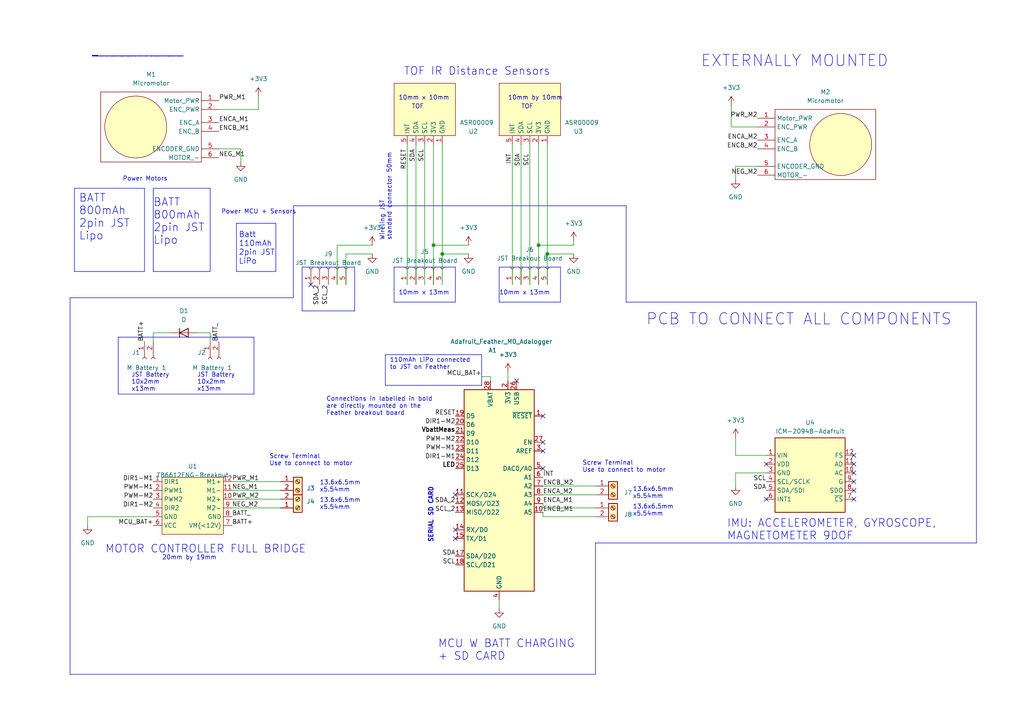
<source format=kicad_sch>
(kicad_sch (version 20230121) (generator eeschema)
  (paper "A4")
  (lib_symbols
    (symbol "ASR00009_1"
      (property "Reference" "U?" (at 2.54 5.0801 90))
      (property "Value" "ASR00009" (at -8.89 -12.7 90))
      (symbol "ASR00009_1_0_1"
        (rectangle (start -11.43 1.27) (end 3.81 -16.51) (fill (type background)))
      )
      (symbol "ASR00009_1_1_1"
        (pin input line (at 6.35 -2.54 180) (length 2.54) (name "GND") (number "1"))
        (pin input line (at 6.35 -5.08 180) (length 2.54) (name "3V3") (number "2"))
        (pin input line (at 6.35 -7.62 180) (length 2.54) (name "SCL") (number "3"))
        (pin input line (at 6.35 -10.16 180) (length 2.54) (name "SDA") (number "4"))
        (pin input line (at 6.35 -12.7 180) (length 2.54) (name "INT") (number "5"))
      )
    )
    (symbol "Connector:Conn_01x02_Female" (pin_names (offset 1.016) hide)
      (property "Reference" "J" (at 0 2.54 0))
      (property "Value" "Conn_01x02_Female" (at 0 -5.08 0))
      (symbol "Conn_01x02_Female_1_1"
        (arc (start 0 -2.032) (mid -0.5058 -2.54) (end 0 -3.048) (stroke (width 0.1524)))
        (polyline (pts (xy -1.27 -2.54) (xy -0.508 -2.54)) (stroke (width 0.1524)))
        (polyline (pts (xy -1.27 0) (xy -0.508 0)) (stroke (width 0.1524)))
        (arc (start 0 0.508) (mid -0.5058 0) (end 0 -0.508) (stroke (width 0.1524)))
        (pin passive line (at -5.08 0 0) (length 3.81) (name "Pin_1") (number "1"))
        (pin passive line (at -5.08 -2.54 0) (length 3.81) (name "Pin_2") (number "2"))
      )
    )
    (symbol "Connector:Conn_01x05_Female" (pin_names (offset 1.016) hide)
      (property "Reference" "J" (at 0 7.62 0))
      (property "Value" "Conn_01x05_Female" (at 0 -7.62 0))
      (symbol "Conn_01x05_Female_1_1"
        (arc (start 0 -4.572) (mid -0.5058 -5.08) (end 0 -5.588) (stroke (width 0.1524)))
        (arc (start 0 -2.032) (mid -0.5058 -2.54) (end 0 -3.048) (stroke (width 0.1524)))
        (polyline (pts (xy -1.27 -5.08) (xy -0.508 -5.08)) (stroke (width 0.1524)))
        (polyline (pts (xy -1.27 -2.54) (xy -0.508 -2.54)) (stroke (width 0.1524)))
        (polyline (pts (xy -1.27 0) (xy -0.508 0)) (stroke (width 0.1524)))
        (polyline (pts (xy -1.27 2.54) (xy -0.508 2.54)) (stroke (width 0.1524)))
        (polyline (pts (xy -1.27 5.08) (xy -0.508 5.08)) (stroke (width 0.1524)))
        (arc (start 0 0.508) (mid -0.5058 0) (end 0 -0.508) (stroke (width 0.1524)))
        (arc (start 0 3.048) (mid -0.5058 2.54) (end 0 2.032) (stroke (width 0.1524)))
        (arc (start 0 5.588) (mid -0.5058 5.08) (end 0 4.572) (stroke (width 0.1524)))
        (pin passive line (at -5.08 5.08 0) (length 3.81) (name "Pin_1") (number "1"))
        (pin passive line (at -5.08 2.54 0) (length 3.81) (name "Pin_2") (number "2"))
        (pin passive line (at -5.08 0 0) (length 3.81) (name "Pin_3") (number "3"))
        (pin passive line (at -5.08 -2.54 0) (length 3.81) (name "Pin_4") (number "4"))
        (pin passive line (at -5.08 -5.08 0) (length 3.81) (name "Pin_5") (number "5"))
      )
    )
    (symbol "Connector:Screw_Terminal_01x02" (pin_names (offset 1.016) hide)
      (property "Reference" "J" (at 0 2.54 0))
      (property "Value" "Screw_Terminal_01x02" (at 0 -5.08 0))
      (symbol "Screw_Terminal_01x02_1_1"
        (rectangle (start -1.27 1.27) (end 1.27 -3.81) (stroke (width 0.254)) (fill (type background)))
        (circle (center 0 -2.54) (radius 0.635) (stroke (width 0.1524)))
        (polyline (pts (xy -0.5334 -2.2098) (xy 0.3302 -3.048)) (stroke (width 0.1524)))
        (polyline (pts (xy -0.5334 0.3302) (xy 0.3302 -0.508)) (stroke (width 0.1524)))
        (polyline (pts (xy -0.3556 -2.032) (xy 0.508 -2.8702)) (stroke (width 0.1524)))
        (polyline (pts (xy -0.3556 0.508) (xy 0.508 -0.3302)) (stroke (width 0.1524)))
        (circle (center 0 0) (radius 0.635) (stroke (width 0.1524)))
        (pin passive line (at -5.08 0 0) (length 3.81) (name "Pin_1") (number "1"))
        (pin passive line (at -5.08 -2.54 0) (length 3.81) (name "Pin_2") (number "2"))
      )
    )
    (symbol "Device:D" (pin_numbers hide) (pin_names (offset 1.016) hide)
      (property "Reference" "D" (at 0 2.54 0))
      (property "Value" "D" (at 0 -2.54 0))
      (symbol "D_0_1"
        (polyline (pts (xy -1.27 1.27) (xy -1.27 -1.27)) (stroke (width 0.254)))
        (polyline (pts (xy 1.27 0) (xy -1.27 0)))
        (polyline (pts (xy 1.27 1.27) (xy 1.27 -1.27) (xy -1.27 0) (xy 1.27 1.27)) (stroke (width 0.254)))
      )
      (symbol "D_1_1"
        (pin passive line (at -3.81 0 0) (length 2.54) (name "K") (number "1"))
        (pin passive line (at 3.81 0 180) (length 2.54) (name "A") (number "2"))
      )
    )
    (symbol "MCU_Module:Adafruit_Feather_M0_Adalogger"
      (property "Reference" "A" (at -10.16 29.21 0))
      (property "Value" "Adafruit_Feather_M0_Adalogger" (at 2.54 -31.75 0))
      (symbol "Adafruit_Feather_M0_Adalogger_0_1"
        (rectangle (start -10.16 27.94) (end 10.16 -30.48) (stroke (width 0.254)) (fill (type background)))
      )
      (symbol "Adafruit_Feather_M0_Adalogger_1_1"
        (pin input line (at 12.7 20.32 180) (length 2.54) (name "~{RESET}") (number "1"))
        (pin bidirectional line (at 12.7 -7.62 180) (length 2.54) (name "A5") (number "10"))
        (pin bidirectional line (at -12.7 -2.54 0) (length 2.54) (name "SCK/D24") (number "11"))
        (pin bidirectional line (at -12.7 -5.08 0) (length 2.54) (name "MOSI/D23") (number "12"))
        (pin bidirectional line (at -12.7 -7.62 0) (length 2.54) (name "MISO/D22") (number "13"))
        (pin bidirectional line (at -12.7 -12.7 0) (length 2.54) (name "RX/D0") (number "14"))
        (pin bidirectional line (at -12.7 -15.24 0) (length 2.54) (name "TX/D1") (number "15"))
        (pin passive line (at 0 -33.02 90) (length 2.54) hide (name "GND") (number "16"))
        (pin bidirectional line (at -12.7 -20.32 0) (length 2.54) (name "SDA/D20") (number "17"))
        (pin bidirectional line (at -12.7 -22.86 0) (length 2.54) (name "SCL/D21") (number "18"))
        (pin bidirectional line (at -12.7 20.32 0) (length 2.54) (name "D5") (number "19"))
        (pin power_in line (at 2.54 30.48 270) (length 2.54) (name "3V3") (number "2"))
        (pin bidirectional line (at -12.7 17.78 0) (length 2.54) (name "D6") (number "20"))
        (pin bidirectional line (at -12.7 15.24 0) (length 2.54) (name "D9") (number "21"))
        (pin bidirectional line (at -12.7 12.7 0) (length 2.54) (name "D10") (number "22"))
        (pin bidirectional line (at -12.7 10.16 0) (length 2.54) (name "D11") (number "23"))
        (pin bidirectional line (at -12.7 7.62 0) (length 2.54) (name "D12") (number "24"))
        (pin bidirectional line (at -12.7 5.08 0) (length 2.54) (name "D13") (number "25"))
        (pin power_in line (at 5.08 30.48 270) (length 2.54) (name "USB") (number "26"))
        (pin input line (at 12.7 12.7 180) (length 2.54) (name "EN") (number "27"))
        (pin power_in line (at -2.54 30.48 270) (length 2.54) (name "VBAT") (number "28"))
        (pin input line (at 12.7 10.16 180) (length 2.54) (name "AREF") (number "3"))
        (pin power_in line (at 0 -33.02 90) (length 2.54) (name "GND") (number "4"))
        (pin bidirectional line (at 12.7 5.08 180) (length 2.54) (name "DAC0/A0") (number "5"))
        (pin bidirectional line (at 12.7 2.54 180) (length 2.54) (name "A1") (number "6"))
        (pin bidirectional line (at 12.7 0 180) (length 2.54) (name "A2") (number "7"))
        (pin bidirectional line (at 12.7 -2.54 180) (length 2.54) (name "A3") (number "8"))
        (pin bidirectional line (at 12.7 -5.08 180) (length 2.54) (name "A4") (number "9"))
      )
    )
    (symbol "Micromotor_1"
      (property "Reference" "M?" (at -6.985 1.27 0))
      (property "Value" "Micromotor_1" (at -6.985 -1.27 0))
      (symbol "Micromotor_1_0_1"
        (rectangle (start -21.59 -3.81) (end 7.62 -24.13))
        (circle (center -11.43 -13.97) (radius 8.9803) (fill (type background)))
      )
      (symbol "Micromotor_1_1_1"
        (pin input line (at 12.7 -6.35 180) (length 5.08) (name "Motor_PWR") (number "1"))
        (pin input line (at 12.7 -8.89 180) (length 5.08) (name "ENC_PWR") (number "2"))
        (pin input line (at 12.7 -12.7 180) (length 5.08) (name "ENC_A") (number "3"))
        (pin input line (at 12.7 -15.24 180) (length 5.08) (name "ENC_B") (number "4"))
        (pin input line (at 12.7 -20.32 180) (length 5.08) (name "ENCODER_GND") (number "5"))
        (pin input line (at 12.7 -22.86 180) (length 5.08) (name "MOTOR_-") (number "6"))
      )
    )
    (symbol "power:+3V3" (power) (pin_names (offset 0))
      (property "Value" "+3V3" (at 0 3.556 0))
      (symbol "+3V3_0_1"
        (polyline (pts (xy -0.762 1.27) (xy 0 2.54)))
        (polyline (pts (xy 0 0) (xy 0 2.54)))
        (polyline (pts (xy 0 2.54) (xy 0.762 1.27)))
      )
      (symbol "+3V3_1_1"
        (pin power_in line (at 0 0 90) (length 0) hide (name "+3V3") (number "1"))
      )
    )
    (symbol "power:GND" (power) (pin_names (offset 0))
      (property "Value" "GND" (at 0 -3.81 0))
      (symbol "GND_0_1"
        (polyline (pts (xy 0 0) (xy 0 -1.27) (xy 1.27 -1.27) (xy 0 -2.54) (xy -1.27 -1.27) (xy 0 -1.27)))
      )
      (symbol "GND_1_1"
        (pin power_in line (at 0 0 270) (length 0) hide (name "GND") (number "1"))
      )
    )
    (symbol "rogallo_wing_test_lib:ASR00009"
      (property "Reference" "U?" (at 2.54 5.0801 90))
      (property "Value" "ASR00009" (at -8.89 -12.7 90))
      (symbol "ASR00009_0_1"
        (rectangle (start -11.43 1.27) (end 3.81 -16.51) (fill (type background)))
      )
      (symbol "ASR00009_1_1"
        (pin input line (at 6.35 -2.54 180) (length 2.54) (name "GND") (number "1"))
        (pin input line (at 6.35 -5.08 180) (length 2.54) (name "3V3") (number "2"))
        (pin input line (at 6.35 -7.62 180) (length 2.54) (name "SCL") (number "3"))
        (pin input line (at 6.35 -10.16 180) (length 2.54) (name "SDA") (number "4"))
        (pin input line (at 6.35 -12.7 180) (length 2.54) (name "INT") (number "5"))
      )
    )
    (symbol "rogallo_wing_test_lib:ICM-20948-Adafruit"
      (property "Reference" "U" (at -1.27 16.51 0))
      (property "Value" "ICM-20948-Adafruit" (at 0 12.7 0))
      (symbol "ICM-20948-Adafruit_0_1"
        (rectangle (start -10.16 15.24) (end 10.16 -6.35) (stroke (width 0.254)) (fill (type background)))
      )
      (symbol "ICM-20948-Adafruit_1_1"
        (pin power_in line (at -12.7 10.16 0) (length 2.54) (name "VIN") (number "1"))
        (pin passive line (at 12.7 5.08 180) (length 2.54) (name "AC") (number "10"))
        (pin bidirectional line (at 12.7 7.62 180) (length 2.54) (name "AD") (number "11"))
        (pin passive line (at 12.7 10.16 180) (length 2.54) (name "FS") (number "12"))
        (pin power_in line (at -12.7 7.62 0) (length 2.54) (name "VDD") (number "2"))
        (pin power_in line (at -12.7 5.08 0) (length 2.54) (name "GND") (number "3"))
        (pin input line (at -12.7 2.54 0) (length 2.54) (name "SCL/SCLK") (number "4"))
        (pin bidirectional line (at -12.7 0 0) (length 2.54) (name "SDA/SDI") (number "5"))
        (pin output line (at -12.7 -2.54 0) (length 2.54) (name "INT1") (number "6"))
        (pin input line (at 12.7 -2.54 180) (length 2.54) (name "~{CS}") (number "7"))
        (pin output line (at 12.7 0 180) (length 2.54) (name "SDO") (number "8"))
        (pin bidirectional line (at 12.7 2.54 180) (length 2.54) (name "G") (number "9"))
      )
    )
    (symbol "rogallo_wing_test_lib:Micromotor"
      (property "Reference" "M?" (at -6.985 1.27 0))
      (property "Value" "Micromotor" (at -6.985 -1.27 0))
      (symbol "Micromotor_0_1"
        (rectangle (start -21.59 -3.81) (end 7.62 -24.13))
        (circle (center -11.43 -13.97) (radius 8.9803) (fill (type background)))
      )
      (symbol "Micromotor_1_1"
        (pin input line (at 12.7 -6.35 180) (length 5.08) (name "Motor_PWR") (number "1"))
        (pin input line (at 12.7 -8.89 180) (length 5.08) (name "ENC_PWR") (number "2"))
        (pin input line (at 12.7 -12.7 180) (length 5.08) (name "ENC_A") (number "3"))
        (pin input line (at 12.7 -15.24 180) (length 5.08) (name "ENC_B") (number "4"))
        (pin input line (at 12.7 -20.32 180) (length 5.08) (name "ENCODER_GND") (number "5"))
        (pin input line (at 12.7 -22.86 180) (length 5.08) (name "MOTOR_-") (number "6"))
      )
    )
    (symbol "rogallo_wing_test_lib:TB6612FNG-Breakout"
      (property "Reference" "U" (at 0 0 0))
      (property "Value" "TB6612FNG-Breakout" (at 0 0 0))
      (symbol "TB6612FNG-Breakout_0_1"
        (rectangle (start -6.35 -2.54) (end 11.43 -19.05) (fill (type background)))
      )
      (symbol "TB6612FNG-Breakout_1_1"
        (pin passive line (at -8.89 -3.81 0) (length 2.54) (name "DIR1") (number "1"))
        (pin input line (at 13.97 -8.89 180) (length 2.54) (name "M2+") (number "10"))
        (pin input line (at 13.97 -6.35 180) (length 2.54) (name "M1-") (number "11"))
        (pin input line (at 13.97 -3.81 180) (length 2.54) (name "M1+") (number "12"))
        (pin input line (at -8.89 -6.35 0) (length 2.54) (name "PWM1") (number "2"))
        (pin input line (at -8.89 -8.89 0) (length 2.54) (name "PWM2") (number "3"))
        (pin input line (at -8.89 -11.43 0) (length 2.54) (name "DIR2") (number "4"))
        (pin input line (at -8.89 -13.97 0) (length 2.54) (name "GND") (number "5"))
        (pin input line (at -8.89 -16.51 0) (length 2.54) (name "VCC") (number "6"))
        (pin input line (at 13.97 -16.51 180) (length 2.54) (name "VM(<12V)") (number "7"))
        (pin input line (at 13.97 -13.97 180) (length 2.54) (name "GND") (number "8"))
        (pin input line (at 13.97 -11.43 180) (length 2.54) (name "M2-") (number "9"))
      )
    )
  )
  (junction (at 156.21 71.12))
  (junction (at 125.73 71.12))
  (junction (at 158.75 73.66))
  (junction (at 128.27 73.66))
  (no_connect (at 157.48 128.27))
  (no_connect (at 222.25 134.62))
  (no_connect (at 90.17 82.55))
  (no_connect (at 247.65 132.08))
  (no_connect (at 149.86 110.49))
  (no_connect (at 247.65 137.16))
  (no_connect (at 247.65 144.78))
  (no_connect (at 157.48 120.65))
  (no_connect (at 132.08 143.51))
  (no_connect (at 247.65 134.62))
  (no_connect (at 157.48 135.89))
  (no_connect (at 247.65 142.24))
  (no_connect (at 132.08 156.21))
  (no_connect (at 247.65 139.7))
  (no_connect (at 222.25 144.78))
  (no_connect (at 132.08 153.67))
  (no_connect (at 157.48 130.81))
  (wire (pts (xy 166.37 71.12) (xy 166.37 69.85)))
  (wire (pts (xy 153.67 41.91) (xy 153.67 82.55)))
  (polyline (pts (xy 85.09 59.69) (xy 181.61 59.69)))
  (wire (pts (xy 213.36 132.08) (xy 222.25 132.08)))
  (wire (pts (xy 213.36 137.16) (xy 213.36 140.97)))
  (wire (pts (xy 120.65 41.91) (xy 120.65 82.55)))
  (polyline (pts (xy 111.76 111.76) (xy 111.76 102.87)))
  (wire (pts (xy 213.36 48.26) (xy 219.71 48.26)))
  (polyline (pts (xy 172.72 157.48) (xy 172.72 195.58)))
  (wire (pts (xy 139.7 109.22) (xy 142.24 109.22)))
  (polyline (pts (xy 34.29 114.3) (xy 73.66 114.3)))
  (polyline (pts (xy 44.45 54.61) (xy 44.45 78.74)))
  (wire (pts (xy 157.48 149.86) (xy 157.48 148.59)))
  (wire (pts (xy 44.45 149.86) (xy 25.4 149.86)))
  (wire (pts (xy 25.4 149.86) (xy 25.4 152.4)))
  (wire (pts (xy 148.59 41.91) (xy 148.59 82.55)))
  (wire (pts (xy 222.25 137.16) (xy 213.36 137.16)))
  (polyline (pts (xy 21.59 54.61) (xy 41.91 54.61)))
  (wire (pts (xy 100.33 73.66) (xy 107.95 73.66)))
  (polyline (pts (xy 111.76 102.87) (xy 124.46 102.87)))
  (polyline (pts (xy 139.7 111.76) (xy 111.76 111.76)))
  (wire (pts (xy 97.79 71.12) (xy 97.79 82.55)))
  (polyline (pts (xy 68.58 64.77) (xy 68.58 78.74)))
  (wire (pts (xy 81.28 147.32) (xy 67.31 147.32)))
  (wire (pts (xy 125.73 71.12) (xy 125.73 82.55)))
  (wire (pts (xy 157.48 149.86) (xy 172.72 149.86)))
  (wire (pts (xy 100.33 73.66) (xy 100.33 82.55)))
  (wire (pts (xy 128.27 41.91) (xy 128.27 73.66)))
  (polyline (pts (xy 73.66 114.3) (xy 73.66 97.79)))
  (polyline (pts (xy 60.96 78.74) (xy 60.96 54.61)))
  (polyline (pts (xy 172.72 195.58) (xy 20.32 195.58)))
  (wire (pts (xy 81.28 139.7) (xy 67.31 139.7)))
  (wire (pts (xy 44.45 96.52) (xy 44.45 99.06)))
  (wire (pts (xy 156.21 71.12) (xy 166.37 71.12)))
  (wire (pts (xy 97.79 71.12) (xy 107.95 71.12)))
  (wire (pts (xy 67.31 142.24) (xy 81.28 142.24)))
  (wire (pts (xy 60.96 96.52) (xy 57.15 96.52)))
  (wire (pts (xy 60.96 99.06) (xy 60.96 96.52)))
  (polyline (pts (xy 114.3 87.63) (xy 132.08 87.63)))
  (wire (pts (xy 128.27 73.66) (xy 128.27 82.55)))
  (wire (pts (xy 156.21 71.12) (xy 156.21 82.55)))
  (polyline (pts (xy 114.3 77.47) (xy 132.08 77.47)))
  (polyline (pts (xy 123.19 102.87) (xy 139.7 102.87)))
  (polyline (pts (xy 162.56 87.63) (xy 162.56 77.47)))
  (polyline (pts (xy 144.78 87.63) (xy 162.56 87.63)))
  (wire (pts (xy 142.24 109.22) (xy 142.24 110.49)))
  (polyline (pts (xy 87.63 77.47) (xy 87.63 90.17)))
  (wire (pts (xy 157.48 147.32) (xy 157.48 146.05)))
  (wire (pts (xy 156.21 41.91) (xy 156.21 71.12)))
  (polyline (pts (xy 102.87 90.17) (xy 87.63 90.17)))
  (polyline (pts (xy 34.29 97.79) (xy 73.66 97.79)))
  (polyline (pts (xy 21.59 54.61) (xy 21.59 78.74)))
  (polyline (pts (xy 68.58 64.77) (xy 80.01 64.77)))
  (wire (pts (xy 123.19 41.91) (xy 123.19 82.55)))
  (wire (pts (xy 158.75 73.66) (xy 158.75 82.55)))
  (polyline (pts (xy 144.78 77.47) (xy 162.56 77.47)))
  (wire (pts (xy 74.93 27.94) (xy 74.93 31.75)))
  (polyline (pts (xy 68.58 78.74) (xy 80.01 78.74)))
  (wire (pts (xy 125.73 71.12) (xy 135.89 71.12)))
  (polyline (pts (xy 87.63 77.47) (xy 102.87 77.47)))
  (polyline (pts (xy 20.32 195.58) (xy 20.32 86.36)))
  (wire (pts (xy 144.78 173.99) (xy 144.78 176.53)))
  (polyline (pts (xy 85.09 86.36) (xy 85.09 59.69)))
  (wire (pts (xy 213.36 52.07) (xy 213.36 48.26)))
  (polyline (pts (xy 283.21 87.63) (xy 283.21 157.48)))
  (wire (pts (xy 49.53 96.52) (xy 44.45 96.52)))
  (polyline (pts (xy 44.45 78.74) (xy 60.96 78.74)))
  (polyline (pts (xy 20.32 86.36) (xy 85.09 86.36)))
  (wire (pts (xy 158.75 73.66) (xy 166.37 73.66)))
  (polyline (pts (xy 132.08 87.63) (xy 132.08 77.47)))
  (wire (pts (xy 128.27 73.66) (xy 135.89 73.66)))
  (wire (pts (xy 157.48 140.97) (xy 172.72 140.97)))
  (polyline (pts (xy 41.91 78.74) (xy 41.91 54.61)))
  (polyline (pts (xy 21.59 78.74) (xy 41.91 78.74)))
  (polyline (pts (xy 44.45 54.61) (xy 60.96 54.61)))
  (wire (pts (xy 158.75 41.91) (xy 158.75 73.66)))
  (wire (pts (xy 213.36 127) (xy 213.36 132.08)))
  (polyline (pts (xy 181.61 59.69) (xy 181.61 87.63)))
  (wire (pts (xy 157.48 147.32) (xy 172.72 147.32)))
  (polyline (pts (xy 144.78 77.47) (xy 144.78 87.63)))
  (wire (pts (xy 157.48 143.51) (xy 172.72 143.51)))
  (wire (pts (xy 81.28 144.78) (xy 67.31 144.78)))
  (polyline (pts (xy 283.21 157.48) (xy 172.72 157.48)))
  (polyline (pts (xy 102.87 77.47) (xy 102.87 90.17)))
  (polyline (pts (xy 34.29 97.79) (xy 34.29 114.3)))
  (wire (pts (xy 219.71 36.83) (xy 212.09 36.83)))
  (wire (pts (xy 63.5 31.75) (xy 74.93 31.75)))
  (polyline (pts (xy 114.3 77.47) (xy 114.3 83.82)))
  (wire (pts (xy 147.32 107.95) (xy 147.32 110.49)))
  (polyline (pts (xy 114.3 83.82) (xy 114.3 87.63)))
  (wire (pts (xy 69.85 46.99) (xy 69.85 43.18)))
  (wire (pts (xy 151.13 41.91) (xy 151.13 82.55)))
  (wire (pts (xy 212.09 30.48) (xy 212.09 36.83)))
  (polyline (pts (xy 139.7 102.87) (xy 139.7 111.76)))
  (wire (pts (xy 125.73 41.91) (xy 125.73 71.12)))
  (polyline (pts (xy 181.61 87.63) (xy 283.21 87.63)))
  (wire (pts (xy 118.11 41.91) (xy 118.11 82.55)))
  (polyline (pts (xy 80.01 78.74) (xy 80.01 64.77)))
  (wire (pts (xy 69.85 43.18) (xy 63.5 43.18)))
  (text "MCU W BATT CHARGING\n+ SD CARD" (at 127 191.77 0) (effects (font (size 2.27 2.27)) (justify left bottom)))
  (text "13.6x6.5mm\nx5.54mm" (at 92.71 147.955 0) (effects (font (size 1.27 1.27)) (justify left bottom)))
  (text "10mm x 13mm" (at 144.78 85.725 0) (effects (font (size 1.27 1.27)) (justify left bottom)))
  (text "PCB TO CONNECT ALL COMPONENTS" (at 187.325 94.615 0) (effects (font (size 3.27 3.27)) (justify left bottom)))
  (text "13.6x6.5mm\nx5.54mm" (at 183.515 144.78 0) (effects (font (size 1.27 1.27)) (justify left bottom)))
  (text "SD CARD" (at 125.73 149.86 90) (effects (font (size 1.27 1.27) (thickness 0.254) bold) (justify left bottom)))
  (text "Connections in labelled in bold \nare directly mounted on the \nFeather breakout board" (at 94.615 120.65 0) (effects (font (size 1.27 1.27)) (justify left bottom)))
  (text "JST Battery\n10x2mm\nx13mm" (at 57.15 113.665 0) (effects (font (size 1.27 1.27)) (justify left bottom)))
  (text "13.6x6.5mm\nx5.54mm" (at 183.515 149.86 0) (effects (font (size 1.27 1.27)) (justify left bottom)))
  (text "Screw Terminal\nUse to connect to motor" (at 78.105 135.255 0) (effects (font (size 1.27 1.27)) (justify left bottom)))
  (text "BATT\n800mAh\n2pin JST\nLipo" (at 22.86 69.85 0) (effects (font (size 2.27 2.27)) (justify left bottom)))
  (text "Power MCU + Sensors" (at 64.135 62.23 0) (effects (font (size 1.27 1.27)) (justify left bottom)))
  (text "switching controllers: \nhttps://www.digikey.ca/en/products/filter/power-management-pmic/voltage-regulators-dc-dc-switching-regulators/739?s=N4IgjCBcoCwdIDGUBmBDANgZwKYBoQB7KAbRAGYYB2GciAXQIAcAXKEAZRYCcBLAOwDmIAL4EwYAAxRQySOmz4ipEDEkAOcuoBMIRiFbsufIaPFUqAThlJUmXAWKQy2mJYCsANiogC2z%2B7Sfm5gVAzMbJCcPALCYiAAtLoIcjwArkpOZO56InlAA" (at 26.67 16.51 0) (effects (font (size 0.1 0.1)) (justify left bottom)))
  (text "110mAh LiPo connected \nto JST on Feather" (at 113.03 107.315 0) (effects (font (size 1.27 1.27)) (justify left bottom)))
  (text "Batt\n110mAh\n2pin JST\nLiPo" (at 69.215 76.835 0) (effects (font (size 1.6 1.6)) (justify left bottom)))
  (text "MOTOR CONTROLLER FULL BRIDGE" (at 30.48 160.655 0) (effects (font (size 2.27 2.27)) (justify left bottom)))
  (text "20mm by 19mm" (at 46.99 162.56 0) (effects (font (size 1.27 1.27)) (justify left bottom)))
  (text "JST Battery\n10x2mm\nx13mm" (at 38.1 113.665 0) (effects (font (size 1.27 1.27)) (justify left bottom)))
  (text "Power Motors" (at 35.56 52.705 0) (effects (font (size 1.27 1.27)) (justify left bottom)))
  (text "TOF" (at 119.38 31.75 0) (effects (font (size 1.27 1.27)) (justify left bottom)))
  (text "10mm x 10mm" (at 115.57 29.21 0) (effects (font (size 1.27 1.27)) (justify left bottom)))
  (text "TOF IR Distance Sensors" (at 117.094 22.098 0) (effects (font (size 2.27 2.27)) (justify left bottom)))
  (text "TOF" (at 151.13 31.75 0) (effects (font (size 1.27 1.27)) (justify left bottom)))
  (text "13.6x6.5mm\nx5.54mm" (at 92.71 142.875 0) (effects (font (size 1.27 1.27)) (justify left bottom)))
  (text "SERIAL" (at 125.73 157.48 90) (effects (font (size 1.27 1.27) (thickness 0.254) bold) (justify left bottom)))
  (text "EXTERNALLY MOUNTED" (at 203.2 19.685 0) (effects (font (size 3.27 3.27)) (justify left bottom)))
  (text "10mm by 10mm" (at 147.32 29.21 0) (effects (font (size 1.27 1.27)) (justify left bottom)))
  (text "IMU: ACCELEROMETER, GYROSCOPE, \nMAGNETOMETER 9DOF" (at 210.82 156.845 0) (effects (font (size 2.27 2.27)) (justify left bottom)))
  (text "BATT\n800mAh\n2pin JST\nLipo" (at 44.45 71.12 0) (effects (font (size 2.27 2.27)) (justify left bottom)))
  (text "Screw Terminal\nUse to connect to motor" (at 168.91 137.16 0) (effects (font (size 1.27 1.27)) (justify left bottom)))
  (text "Wireling JST \nstandard connector 50mm" (at 113.665 69.85 90) (effects (font (size 1.27 1.27)) (justify left bottom)))
  (text "10mm x 13mm" (at 115.57 85.725 0) (effects (font (size 1.27 1.27)) (justify left bottom)))
  (label "NEG_M2" (at 219.71 50.8 180))
  (label "DIR1-M1" (at 132.08 133.35 180))
  (label "INT" (at 157.48 138.43 0))
  (label "PWR_M1" (at 67.31 139.7 0))
  (label "DIR1-M2" (at 132.08 123.19 180))
  (label "ENCA_M1" (at 157.48 146.05 0))
  (label "SDA" (at 151.13 44.45 270))
  (label "SCL" (at 222.25 139.7 180))
  (label "SCL" (at 153.67 44.45 270))
  (label "LED" (at 132.08 135.89 180) (effects (font (thickness 0.254) bold)))
  (label "MCU_BAT+" (at 44.45 152.4 180))
  (label "PWR_M2" (at 67.31 144.78 0))
  (label "ENCA_M2" (at 157.48 143.51 0))
  (label "BATT_" (at 63.5 99.06 90))
  (label "ENCA_M1" (at 63.5 35.56 0))
  (label "SCL_2" (at 95.25 82.55 270))
  (label "ENCB_M2" (at 157.48 140.97 0))
  (label "DIR1-M1" (at 44.45 139.7 180))
  (label "ENCA_M2" (at 219.71 40.64 180))
  (label "SDA" (at 222.25 142.24 180))
  (label "SCL" (at 132.08 163.83 180))
  (label "RESET" (at 118.11 43.18 270))
  (label "RESET" (at 132.08 120.65 180))
  (label "SDA_2" (at 132.08 146.05 180))
  (label "BATT_" (at 67.31 149.86 0))
  (label "VbattMeas" (at 132.08 125.73 180) (effects (font (thickness 0.254) bold)))
  (label "PWM-M1" (at 44.45 142.24 180))
  (label "BATT+" (at 67.31 152.4 0))
  (label "NEG_M1" (at 67.31 142.24 0))
  (label "PWM-M1" (at 132.08 130.81 180))
  (label "PWR_M2" (at 219.71 34.29 180))
  (label "ENCB_M2" (at 219.71 43.18 180))
  (label "SDA_2" (at 92.71 82.55 270))
  (label "BATT+" (at 41.91 99.06 90))
  (label "SCL" (at 123.19 43.18 270))
  (label "SDA" (at 120.65 43.18 270))
  (label "ENCB_M1" (at 63.5 38.1 0))
  (label "DIR1-M2" (at 44.45 147.32 180))
  (label "SDA" (at 132.08 161.29 180))
  (label "INT" (at 148.59 44.45 270))
  (label "PWM-M2" (at 132.08 128.27 180))
  (label "PWR_M1" (at 63.5 29.21 0))
  (label "NEG_M1" (at 63.5 45.72 0))
  (label "NEG_M2" (at 67.31 147.32 0))
  (label "SCL_2" (at 132.08 148.59 180))
  (label "PWM-M2" (at 44.45 144.78 180))
  (label "ENCB_M1" (at 157.48 148.59 0))
  (label "MCU_BAT+" (at 139.7 109.22 180))
  (symbol (lib_id "power:+3V3") (at 74.93 27.94 0) (unit 1)
    (property "Reference" "#PWR02" (effects hide))
    (property "Value" "+3V3" (at 74.93 22.86 0))
  )
  (symbol (lib_id "Connector:Screw_Terminal_01x02") (at 177.8 140.97 0) (unit 1)
    (property "Reference" "J7" (at 180.975 142.875 0) (effects (justify left)))
    (property "Value" "Screw_Terminal_01x02" (effects hide))
    (property "Footprint" "380_footprint-lib:Screw_terminal_TE_Connectivity" (effects hide))
  )
  (symbol (lib_id "rogallo_wing_test_lib:TB6612FNG-Breakout") (at 53.34 135.89 0) (unit 1)
    (property "Reference" "U1" (at 55.88 135.255 0))
    (property "Value" "TB6612FNG-Breakout" (at 55.88 137.795 0))
    (property "Footprint" "380_footprint-lib:DRI0044" (effects hide))
    (property "Datasheet" "https://www.mouser.ca/datasheet/2/830/TB6612FNG_datasheet_en_20141001-2528981.pdf" (effects hide))
    (property "BreakoutBoard" "https://www.dfrobot.com/product-1704.html" (effects hide))
  )
  (symbol (lib_id "power:GND") (at 69.85 46.99 0) (unit 1)
    (property "Reference" "#PWR01" (effects hide))
    (property "Value" "GND" (at 69.85 52.07 0))
  )
  (symbol (lib_id "rogallo_wing_test_lib:ASR00009") (at 130.81 35.56 270) (unit 1)
    (property "Reference" "U2" (at 135.8901 38.1 90) (effects (justify left)))
    (property "Value" "ASR00009" (at 133.35 35.56 90) (effects (justify left)))
    (property "Datasheet" "https://www.st.com/en/imaging-and-photonics-solutions/vl53l0x.html" (effects hide))
    (property "Breakout datasheet" "https://media.digikey.com/pdf/Data%20Sheets/TinyCircuits%20PDFs/AST1024_Web.pdf" (effects hide))
    (property "breakout " "https://tinycircuits.com/products/tof-distance-sensor-wireling-vl53l0x" (effects hide))
  )
  (symbol (lib_id "rogallo_wing_test_lib:ICM-20948-Adafruit") (at 234.95 142.24 0) (unit 1)
    (property "Reference" "U4" (at 234.95 122.555 0))
    (property "Value" "ICM-20948-Adafruit" (at 234.95 125.095 0))
    (property "Footprint" "380_footprint-lib:ICM-20948" (effects hide))
    (property "Datasheet" "http://www.invensense.com/wp-content/uploads/2016/06/DS-000189-ICM-20948-v1.3.pdf" (effects hide))
    (property "Breakout Board" "https://learn.adafruit.com/adafruit-tdk-invensense-icm-20948-9-dof-imu/pinouts" (effects hide))
  )
  (symbol (lib_id "power:+3V3") (at 135.89 71.12 0) (unit 1)
    (property "Reference" "#PWR03" (effects hide))
    (property "Value" "+3V3" (at 135.89 66.04 0))
  )
  (symbol (lib_id "MCU_Module:Adafruit_Feather_M0_Adalogger") (at 144.78 140.97 0) (unit 1)
    (property "Reference" "A1" (at 142.875 101.6 0))
    (property "Value" "Adafruit_Feather_M0_Adalogger" (at 145.415 99.06 0))
    (property "Footprint" "380_footprint-lib:Adafruit_Feather_M0_Adalogger" (effects hide))
    (property "Datasheet" "https://cdn-learn.adafruit.com/downloads/pdf/adafruit-feather-m0-adalogger.pdf" (effects hide))
  )
  (symbol (lib_id "power:+3V3") (at 213.36 127 0) (unit 1)
    (property "Reference" "#PWR010" (effects hide))
    (property "Value" "+3V3" (at 213.36 121.92 0))
  )
  (symbol (lib_id "Device:D") (at 53.34 96.52 0) (unit 1)
    (property "Reference" "D1" (at 53.34 90.17 0))
    (property "Value" "D" (at 53.34 92.71 0))
    (property "Footprint" "Connector_PinHeader_2.54mm:PinHeader_1x02_P2.54mm_Vertical" (effects hide))
    (property "Sim.Device" "D" (effects hide))
    (property "Sim.Pins" "1=K 2=A" (effects hide))
  )
  (symbol (lib_id "Connector:Screw_Terminal_01x02") (at 177.8 147.32 0) (unit 1)
    (property "Reference" "J8" (at 180.975 149.225 0) (effects (justify left)))
    (property "Value" "Screw_Terminal_01x02" (effects hide))
    (property "Footprint" "380_footprint-lib:Screw_terminal_TE_Connectivity" (effects hide))
  )
  (symbol (lib_id "power:GND") (at 135.89 73.66 0) (unit 1)
    (property "Reference" "#PWR04" (effects hide))
    (property "Value" "GND" (at 135.89 78.74 0))
  )
  (symbol (lib_id "power:+3V3") (at 147.32 107.95 0) (unit 1)
    (property "Reference" "#PWR06" (effects hide))
    (property "Value" "+3V3" (at 147.32 102.87 0))
  )
  (symbol (lib_id "Connector:Conn_01x02_Female") (at 41.91 104.14 90) (mirror x) (unit 1)
    (property "Reference" "J1" (at 40.64 102.2349 90) (effects (justify left)))
    (property "Value" "M Battery 1" (at 48.26 106.68 90) (effects (justify left)))
    (property "Footprint" "Connector_JST:JST_XH_S2B-XH-A_1x02_P2.50mm_Horizontal" (effects hide))
  )
  (symbol (lib_id "rogallo_wing_test_lib:Micromotor") (at 50.8 22.86 0) (unit 1)
    (property "Reference" "M1" (at 43.815 21.59 0))
    (property "Value" "Micromotor" (at 43.815 24.13 0))
    (property "Datasheet" "https://www.canadarobotix.com/products/2844" (effects hide))
  )
  (symbol (lib_id "power:GND") (at 144.78 176.53 0) (unit 1)
    (property "Reference" "#PWR05" (effects hide))
    (property "Value" "GND" (at 144.78 181.61 0))
  )
  (symbol (lib_name "Micromotor_1") (lib_id "rogallo_wing_test_lib:Micromotor") (at 232.41 27.94 0) (mirror y) (unit 1)
    (property "Reference" "M2" (at 239.395 26.67 0))
    (property "Value" "Micromotor" (at 239.395 29.21 0))
    (property "Datasheet" "https://www.canadarobotix.com/products/2844" (effects hide))
  )
  (symbol (lib_id "Connector:Screw_Terminal_01x02") (at 86.36 147.32 0) (mirror x) (unit 1)
    (property "Reference" "J4" (at 88.9 145.415 0) (effects (justify left)))
    (property "Value" "Screw_Terminal_01x02" (effects hide))
    (property "Footprint" "380_footprint-lib:Screw_terminal_TE_Connectivity" (effects hide))
  )
  (symbol (lib_name "ASR00009_1") (lib_id "rogallo_wing_test_lib:ASR00009") (at 161.29 35.56 270) (unit 1)
    (property "Reference" "U3" (at 166.3701 38.1 90) (effects (justify left)))
    (property "Value" "ASR00009" (at 163.83 35.56 90) (effects (justify left)))
    (property "Datasheet" "https://www.st.com/en/imaging-and-photonics-solutions/vl53l0x.html" (effects hide))
    (property "Breakout datasheet" "https://media.digikey.com/pdf/Data%20Sheets/TinyCircuits%20PDFs/AST1024_Web.pdf" (effects hide))
    (property "breakout " "https://tinycircuits.com/products/tof-distance-sensor-wireling-vl53l0x" (effects hide))
  )
  (symbol (lib_id "Connector:Conn_01x05_Female") (at 95.25 77.47 90) (unit 1)
    (property "Reference" "J9" (at 95.25 73.66 90))
    (property "Value" "JST Breakout Board" (at 95.25 76.2 90))
    (property "Footprint" "380_footprint-lib:JST_breakout" (effects hide))
  )
  (symbol (lib_id "Connector:Conn_01x05_Female") (at 123.19 77.47 90) (unit 1)
    (property "Reference" "J5" (at 123.19 73.025 90))
    (property "Value" "JST Breakout Board" (at 123.19 75.565 90))
    (property "Footprint" "380_footprint-lib:JST_breakout" (effects hide))
  )
  (symbol (lib_id "power:GND") (at 213.36 140.97 0) (unit 1)
    (property "Reference" "#PWR011" (effects hide))
    (property "Value" "GND" (at 213.36 146.05 0))
  )
  (symbol (lib_id "power:GND") (at 25.4 152.4 0) (unit 1)
    (property "Reference" "#PWR013" (effects hide))
    (property "Value" "GND" (at 25.4 157.48 0))
  )
  (symbol (lib_id "Connector:Conn_01x05_Female") (at 153.67 77.47 90) (unit 1)
    (property "Reference" "J6" (at 153.67 72.39 90))
    (property "Value" "JST Breakout Board" (at 153.67 74.93 90))
    (property "Footprint" "380_footprint-lib:JST_breakout" (effects hide))
  )
  (symbol (lib_id "power:+3V3") (at 107.95 71.12 0) (unit 1)
    (property "Reference" "#PWR0101" (effects hide))
    (property "Value" "+3V3" (at 107.95 66.04 0))
  )
  (symbol (lib_id "Connector:Screw_Terminal_01x02") (at 86.36 139.7 0) (unit 1)
    (property "Reference" "J3" (at 88.9 141.605 0) (effects (justify left)))
    (property "Value" "Screw_Terminal_01x02" (effects hide))
    (property "Footprint" "380_footprint-lib:Screw_terminal_TE_Connectivity" (effects hide))
  )
  (symbol (lib_id "power:GND") (at 166.37 73.66 0) (unit 1)
    (property "Reference" "#PWR08" (effects hide))
    (property "Value" "GND" (at 166.37 78.74 0))
  )
  (symbol (lib_id "power:GND") (at 107.95 73.66 0) (unit 1)
    (property "Reference" "#PWR0102" (effects hide))
    (property "Value" "GND" (at 107.95 78.74 0))
  )
  (symbol (lib_id "power:GND") (at 213.36 52.07 0) (mirror y) (unit 1)
    (property "Reference" "#PWR012" (effects hide))
    (property "Value" "GND" (at 213.36 57.15 0))
  )
  (symbol (lib_id "power:+3V3") (at 166.37 69.85 0) (unit 1)
    (property "Reference" "#PWR07" (effects hide))
    (property "Value" "+3V3" (at 166.37 64.77 0))
  )
  (symbol (lib_id "Connector:Conn_01x02_Female") (at 60.96 104.14 90) (mirror x) (unit 1)
    (property "Reference" "J2" (at 59.69 102.2349 90) (effects (justify left)))
    (property "Value" "M Battery 1" (at 67.31 106.68 90) (effects (justify left)))
    (property "Footprint" "Connector_JST:JST_XH_S2B-XH-A_1x02_P2.50mm_Horizontal" (effects hide))
  )
  (symbol (lib_id "power:+3V3") (at 212.09 30.48 0) (unit 1)
    (property "Reference" "#PWR09" (effects hide))
    (property "Value" "+3V3" (at 212.09 25.4 0))
  )
)
</source>
